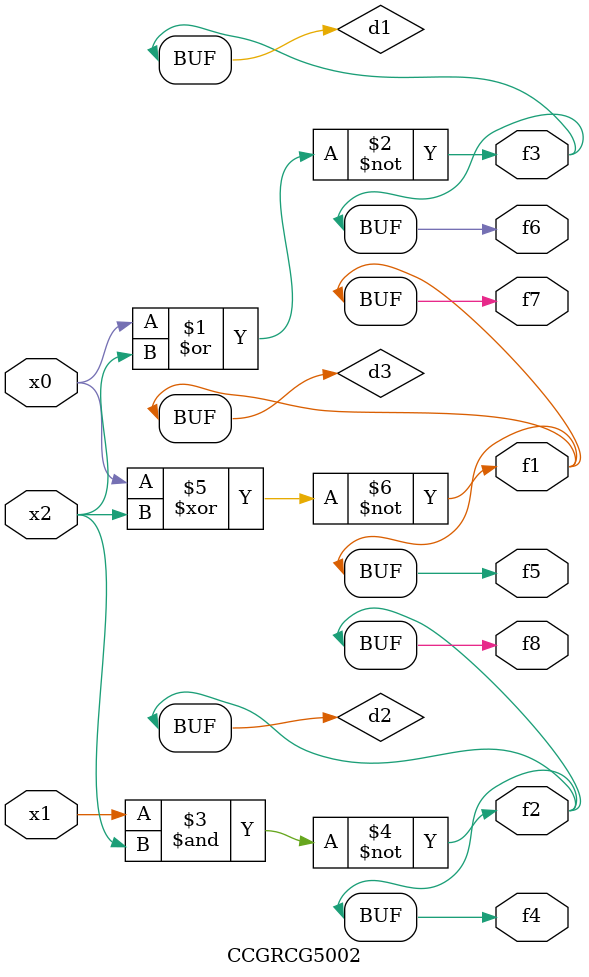
<source format=v>
module CCGRCG5002(
	input x0, x1, x2,
	output f1, f2, f3, f4, f5, f6, f7, f8
);

	wire d1, d2, d3;

	nor (d1, x0, x2);
	nand (d2, x1, x2);
	xnor (d3, x0, x2);
	assign f1 = d3;
	assign f2 = d2;
	assign f3 = d1;
	assign f4 = d2;
	assign f5 = d3;
	assign f6 = d1;
	assign f7 = d3;
	assign f8 = d2;
endmodule

</source>
